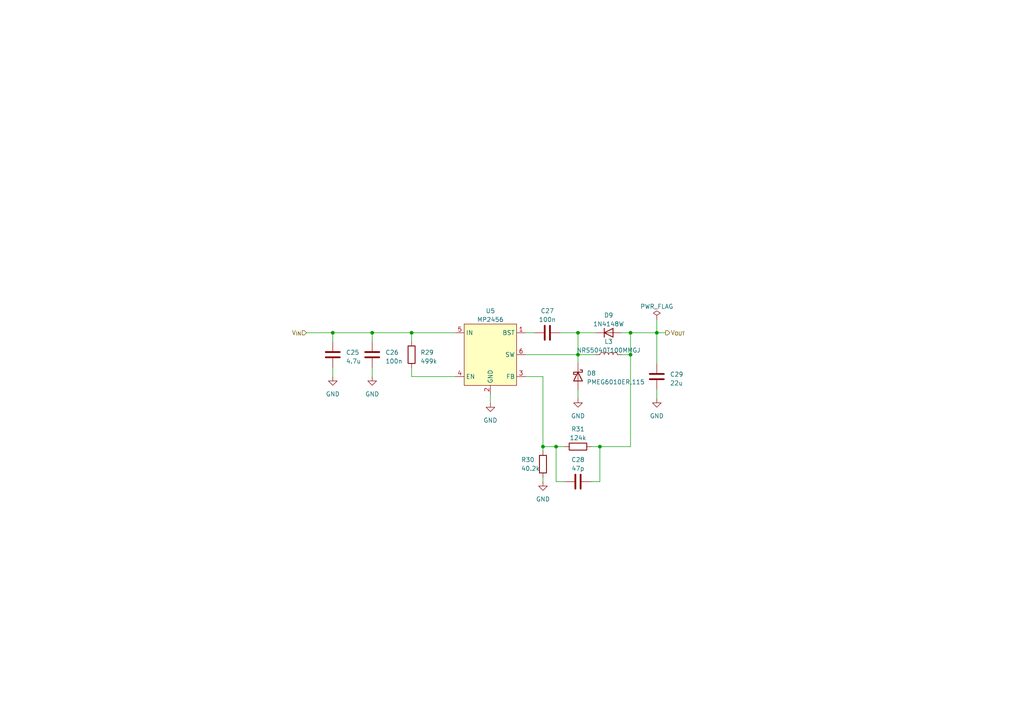
<source format=kicad_sch>
(kicad_sch (version 20230121) (generator eeschema)
  (paper "A4")
  (lib_symbols
    (symbol "Device:C" (pin_numbers hide) (pin_names (offset 0.254))
      (property "Reference" "C" (at 0.635 2.54 0))
      (property "Value" "C" (at 0.635 -2.54 0))
      (symbol "C_0_1"
        (polyline (pts (xy -2.032 -0.762) (xy 2.032 -0.762)) (stroke (width 0.508)))
        (polyline (pts (xy -2.032 0.762) (xy 2.032 0.762)) (stroke (width 0.508)))
      )
      (symbol "C_1_1"
        (pin passive line (at 0 3.81 270) (length 2.794) (name "~") (number "1"))
        (pin passive line (at 0 -3.81 90) (length 2.794) (name "~") (number "2"))
      )
    )
    (symbol "Device:D_Schottky" (pin_numbers hide) (pin_names (offset 1.016) hide)
      (property "Reference" "D" (at 0 2.54 0))
      (property "Value" "D_Schottky" (at 0 -2.54 0))
      (symbol "D_Schottky_0_1"
        (polyline (pts (xy 1.27 0) (xy -1.27 0)))
        (polyline (pts (xy 1.27 1.27) (xy 1.27 -1.27) (xy -1.27 0) (xy 1.27 1.27)) (stroke (width 0.254)))
        (polyline (pts (xy -1.905 0.635) (xy -1.905 1.27) (xy -1.27 1.27) (xy -1.27 -1.27) (xy -0.635 -1.27) (xy -0.635 -0.635)) (stroke (width 0.254)))
      )
      (symbol "D_Schottky_1_1"
        (pin passive line (at -3.81 0 0) (length 2.54) (name "K") (number "1"))
        (pin passive line (at 3.81 0 180) (length 2.54) (name "A") (number "2"))
      )
    )
    (symbol "Device:L" (pin_numbers hide) (pin_names (offset 1.016) hide)
      (property "Reference" "L" (at -1.27 0 90))
      (property "Value" "L" (at 1.905 0 90))
      (symbol "L_0_1"
        (arc (start 0 -2.54) (mid 0.6323 -1.905) (end 0 -1.27))
        (arc (start 0 -1.27) (mid 0.6323 -0.635) (end 0 0))
        (arc (start 0 0) (mid 0.6323 0.635) (end 0 1.27))
        (arc (start 0 1.27) (mid 0.6323 1.905) (end 0 2.54))
      )
      (symbol "L_1_1"
        (pin passive line (at 0 3.81 270) (length 1.27) (name "1") (number "1"))
        (pin passive line (at 0 -3.81 90) (length 1.27) (name "2") (number "2"))
      )
    )
    (symbol "Device:R" (pin_numbers hide) (pin_names (offset 0))
      (property "Reference" "R" (at 2.032 0 90))
      (property "Value" "R" (at 0 0 90))
      (symbol "R_0_1"
        (rectangle (start -1.016 -2.54) (end 1.016 2.54) (stroke (width 0.254)))
      )
      (symbol "R_1_1"
        (pin passive line (at 0 3.81 270) (length 1.27) (name "~") (number "1"))
        (pin passive line (at 0 -3.81 90) (length 1.27) (name "~") (number "2"))
      )
    )
    (symbol "Diode:1N4148W" (pin_numbers hide) (pin_names hide)
      (property "Reference" "D" (at 0 2.54 0))
      (property "Value" "1N4148W" (at 0 -2.54 0))
      (symbol "1N4148W_0_1"
        (polyline (pts (xy -1.27 1.27) (xy -1.27 -1.27)) (stroke (width 0.254)))
        (polyline (pts (xy 1.27 0) (xy -1.27 0)))
        (polyline (pts (xy 1.27 1.27) (xy 1.27 -1.27) (xy -1.27 0) (xy 1.27 1.27)) (stroke (width 0.254)))
      )
      (symbol "1N4148W_1_1"
        (pin passive line (at -3.81 0 0) (length 2.54) (name "K") (number "1"))
        (pin passive line (at 3.81 0 180) (length 2.54) (name "A") (number "2"))
      )
    )
    (symbol "TattooSupplyLib:MP2456"
      (property "Reference" "U" (at 0 12.7 0))
      (property "Value" "MP2456" (at 0 10.16 0))
      (symbol "MP2456_0_0"
        (pin unspecified line (at 10.16 6.35 180) (length 2.54) (name "BST") (number "1"))
        (pin power_in line (at 0 -11.43 90) (length 2.54) (name "GND") (number "2"))
        (pin input line (at 10.16 -6.35 180) (length 2.54) (name "FB") (number "3"))
        (pin input line (at -10.16 -6.35 0) (length 2.54) (name "EN") (number "4"))
        (pin power_in line (at -10.16 6.35 0) (length 2.54) (name "IN") (number "5"))
        (pin power_out line (at 10.16 0 180) (length 2.54) (name "SW") (number "6"))
      )
      (symbol "MP2456_0_1"
        (rectangle (start -7.62 8.89) (end 7.62 -8.89) (fill (type background)))
      )
    )
    (symbol "power:GND" (power) (pin_names (offset 0))
      (property "Value" "GND" (at 0 -3.81 0))
      (symbol "GND_0_1"
        (polyline (pts (xy 0 0) (xy 0 -1.27) (xy 1.27 -1.27) (xy 0 -2.54) (xy -1.27 -1.27) (xy 0 -1.27)))
      )
      (symbol "GND_1_1"
        (pin power_in line (at 0 0 270) (length 0) hide (name "GND") (number "1"))
      )
    )
    (symbol "power:PWR_FLAG" (power) (pin_numbers hide) (pin_names (offset 0) hide)
      (property "Value" "PWR_FLAG" (at 0 3.81 0))
      (symbol "PWR_FLAG_0_0"
        (pin power_out line (at 0 0 90) (length 0) (name "pwr") (number "1"))
      )
      (symbol "PWR_FLAG_0_1"
        (polyline (pts (xy 0 0) (xy 0 1.27) (xy -1.016 1.905) (xy 0 2.54) (xy 1.016 1.905) (xy 0 1.27)))
      )
    )
  )
  (junction (at 173.99 129.54))
  (junction (at 157.48 129.54))
  (junction (at 107.95 96.52))
  (junction (at 161.29 129.54))
  (junction (at 119.38 96.52))
  (junction (at 182.88 102.87))
  (junction (at 167.64 96.52))
  (junction (at 182.88 96.52))
  (junction (at 167.64 102.87))
  (junction (at 190.5 96.52))
  (junction (at 96.52 96.52))
  (wire (pts (xy 161.29 129.54) (xy 157.48 129.54)))
  (wire (pts (xy 107.95 96.52) (xy 119.38 96.52)))
  (wire (pts (xy 167.64 113.03) (xy 167.64 115.57)))
  (wire (pts (xy 182.88 96.52) (xy 190.5 96.52)))
  (wire (pts (xy 157.48 109.22) (xy 157.48 129.54)))
  (wire (pts (xy 88.9 96.52) (xy 96.52 96.52)))
  (wire (pts (xy 152.4 102.87) (xy 167.64 102.87)))
  (wire (pts (xy 167.64 102.87) (xy 172.72 102.87)))
  (wire (pts (xy 171.45 139.7) (xy 173.99 139.7)))
  (wire (pts (xy 173.99 129.54) (xy 182.88 129.54)))
  (wire (pts (xy 182.88 96.52) (xy 182.88 102.87)))
  (wire (pts (xy 119.38 106.68) (xy 119.38 109.22)))
  (wire (pts (xy 96.52 106.68) (xy 96.52 109.22)))
  (wire (pts (xy 163.83 129.54) (xy 161.29 129.54)))
  (wire (pts (xy 119.38 96.52) (xy 119.38 99.06)))
  (wire (pts (xy 190.5 96.52) (xy 190.5 105.41)))
  (wire (pts (xy 157.48 138.43) (xy 157.48 139.7)))
  (wire (pts (xy 171.45 129.54) (xy 173.99 129.54)))
  (wire (pts (xy 107.95 106.68) (xy 107.95 109.22)))
  (wire (pts (xy 182.88 102.87) (xy 180.34 102.87)))
  (wire (pts (xy 190.5 96.52) (xy 193.04 96.52)))
  (wire (pts (xy 119.38 109.22) (xy 132.08 109.22)))
  (wire (pts (xy 119.38 96.52) (xy 132.08 96.52)))
  (wire (pts (xy 182.88 129.54) (xy 182.88 102.87)))
  (wire (pts (xy 167.64 96.52) (xy 167.64 102.87)))
  (wire (pts (xy 96.52 96.52) (xy 96.52 99.06)))
  (wire (pts (xy 167.64 96.52) (xy 172.72 96.52)))
  (wire (pts (xy 162.56 96.52) (xy 167.64 96.52)))
  (wire (pts (xy 96.52 96.52) (xy 107.95 96.52)))
  (wire (pts (xy 190.5 113.03) (xy 190.5 115.57)))
  (wire (pts (xy 163.83 139.7) (xy 161.29 139.7)))
  (wire (pts (xy 161.29 139.7) (xy 161.29 129.54)))
  (wire (pts (xy 167.64 105.41) (xy 167.64 102.87)))
  (wire (pts (xy 142.24 114.3) (xy 142.24 116.84)))
  (wire (pts (xy 190.5 92.71) (xy 190.5 96.52)))
  (wire (pts (xy 157.48 129.54) (xy 157.48 130.81)))
  (wire (pts (xy 152.4 109.22) (xy 157.48 109.22)))
  (wire (pts (xy 180.34 96.52) (xy 182.88 96.52)))
  (wire (pts (xy 152.4 96.52) (xy 154.94 96.52)))
  (wire (pts (xy 173.99 139.7) (xy 173.99 129.54)))
  (wire (pts (xy 107.95 96.52) (xy 107.95 99.06)))
  (hierarchical_label "V_{IN}" (shape input) (at 88.9 96.52 180))
  (hierarchical_label "V_{OUT}" (shape output) (at 193.04 96.52 0))
  (symbol (lib_id "TattooSupplyLib:MP2456") (at 142.24 102.87 0) (unit 1)
    (property "Reference" "U5" (at 142.24 90.17 0))
    (property "Value" "MP2456" (at 142.24 92.71 0))
    (property "Footprint" "Package_TO_SOT_SMD:TSOT-23-6" (effects hide))
    (property "MPN" "MP2456GJ-Z" (effects hide))
    (property "Manufacturer" "Monolithic Power Systems" (effects hide))
  )
  (symbol (lib_id "Diode:1N4148W") (at 176.53 96.52 0) (unit 1)
    (property "Reference" "D9" (at 176.53 91.44 0))
    (property "Value" "1N4148W" (at 176.53 93.98 0))
    (property "Footprint" "Diode_SMD:D_SOD-123" (effects hide))
    (property "Datasheet" "https://www.vishay.com/docs/85748/1n4148w.pdf" (effects hide))
    (property "MPN" "1N4148W-7-F" (effects hide))
    (property "Manufacturer" "Diodes Incorporated " (effects hide))
  )
  (symbol (lib_id "power:GND") (at 190.5 115.57 0) (unit 1)
    (property "Reference" "#PWR057" (effects hide))
    (property "Value" "GND" (at 190.5 120.65 0))
  )
  (symbol (lib_id "Device:C") (at 167.64 139.7 90) (unit 1)
    (property "Reference" "C28" (at 167.64 133.35 90))
    (property "Value" "47p" (at 167.64 135.89 90))
    (property "Footprint" "Capacitor_SMD:C_0603_1608Metric" (effects hide))
    (property "MPN" "C1608C0G1H470J080AA " (effects hide))
    (property "Manufacturer" "TDK" (effects hide))
  )
  (symbol (lib_id "Device:C") (at 96.52 102.87 0) (unit 1)
    (property "Reference" "C25" (at 100.33 102.235 0) (effects (justify left)))
    (property "Value" "4.7u" (at 100.33 104.775 0) (effects (justify left)))
    (property "Footprint" "Capacitor_SMD:C_0805_2012Metric" (effects hide))
    (property "MPN" "GRM219R6YA475KA73D" (effects hide))
    (property "Manufacturer" "Murata" (effects hide))
  )
  (symbol (lib_id "Device:L") (at 176.53 102.87 90) (unit 1)
    (property "Reference" "L3" (at 176.53 99.06 90))
    (property "Value" "NRS5040T100MMGJ" (at 176.53 101.6 90))
    (property "Footprint" "Inductor_SMD:L_Taiyo-Yuden_NR-50xx" (effects hide))
    (property "MPN" "NRS5040T100MMGJ" (effects hide))
    (property "Manufacturer" "Taiyo Yuden" (effects hide))
  )
  (symbol (lib_id "power:PWR_FLAG") (at 190.5 92.71 0) (unit 1)
    (property "Reference" "#FLG04" (effects hide))
    (property "Value" "PWR_FLAG" (at 190.5 88.9 0))
  )
  (symbol (lib_id "Device:C") (at 190.5 109.22 0) (unit 1)
    (property "Reference" "C29" (at 194.31 108.585 0) (effects (justify left)))
    (property "Value" "22u" (at 194.31 111.125 0) (effects (justify left)))
    (property "Footprint" "Capacitor_SMD:C_0805_2012Metric" (effects hide))
    (property "MPN" "GRM21BC81C226ME44L" (effects hide))
    (property "Manufacturer" "Murata" (effects hide))
  )
  (symbol (lib_id "Device:R") (at 167.64 129.54 90) (unit 1)
    (property "Reference" "R31" (at 167.64 124.46 90))
    (property "Value" "124k" (at 167.64 127 90))
    (property "Footprint" "Resistor_SMD:R_0603_1608Metric" (effects hide))
    (property "MPN" "ERJ-3EKF1243V" (effects hide))
    (property "Manufacturer" "Panasonic" (effects hide))
  )
  (symbol (lib_id "power:GND") (at 157.48 139.7 0) (unit 1)
    (property "Reference" "#PWR055" (effects hide))
    (property "Value" "GND" (at 157.48 144.78 0))
  )
  (symbol (lib_id "power:GND") (at 96.52 109.22 0) (unit 1)
    (property "Reference" "#PWR052" (effects hide))
    (property "Value" "GND" (at 96.52 114.3 0))
  )
  (symbol (lib_id "Device:C") (at 158.75 96.52 90) (unit 1)
    (property "Reference" "C27" (at 158.75 90.17 90))
    (property "Value" "100n" (at 158.75 92.71 90))
    (property "Footprint" "Capacitor_SMD:C_0603_1608Metric" (effects hide))
    (property "MPN" "CGA3E2X7R1H104M080AA " (effects hide))
    (property "Manufacturer" "TDK" (effects hide))
  )
  (symbol (lib_id "Device:C") (at 107.95 102.87 0) (unit 1)
    (property "Reference" "C26" (at 111.76 102.235 0) (effects (justify left)))
    (property "Value" "100n" (at 111.76 104.775 0) (effects (justify left)))
    (property "Footprint" "Capacitor_SMD:C_0603_1608Metric" (effects hide))
    (property "MPN" "CGA3E2X7R1H104M080AA " (effects hide))
    (property "Manufacturer" "TDK" (effects hide))
  )
  (symbol (lib_id "Device:D_Schottky") (at 167.64 109.22 270) (unit 1)
    (property "Reference" "D8" (at 170.18 108.2675 90) (effects (justify left)))
    (property "Value" "PMEG6010ER,115" (at 170.18 110.8075 90) (effects (justify left)))
    (property "Footprint" "Diode_SMD:D_SOD-123F" (effects hide))
    (property "MPN" "PMEG6010ER,115" (effects hide))
    (property "Manufacturer" "Nexperia" (effects hide))
  )
  (symbol (lib_id "Device:R") (at 119.38 102.87 0) (unit 1)
    (property "Reference" "R29" (at 121.92 102.235 0) (effects (justify left)))
    (property "Value" "499k" (at 121.92 104.775 0) (effects (justify left)))
    (property "Footprint" "Resistor_SMD:R_0603_1608Metric" (effects hide))
    (property "MPN" "ERJ-3EKF4993V" (effects hide))
    (property "Manufacturer" "Panasonic" (effects hide))
  )
  (symbol (lib_id "power:GND") (at 142.24 116.84 0) (unit 1)
    (property "Reference" "#PWR054" (effects hide))
    (property "Value" "GND" (at 142.24 121.92 0))
  )
  (symbol (lib_id "power:GND") (at 107.95 109.22 0) (unit 1)
    (property "Reference" "#PWR053" (effects hide))
    (property "Value" "GND" (at 107.95 114.3 0))
  )
  (symbol (lib_id "Device:R") (at 157.48 134.62 180) (unit 1)
    (property "Reference" "R30" (at 151.13 133.35 0) (effects (justify right)))
    (property "Value" "40.2k" (at 151.13 135.89 0) (effects (justify right)))
    (property "Footprint" "Resistor_SMD:R_0603_1608Metric" (effects hide))
    (property "MPN" " ERJ-3EKF4022V" (effects hide))
    (property "Manufacturer" "Panasonic" (effects hide))
  )
  (symbol (lib_id "power:GND") (at 167.64 115.57 0) (unit 1)
    (property "Reference" "#PWR056" (effects hide))
    (property "Value" "GND" (at 167.64 120.65 0))
  )
)
</source>
